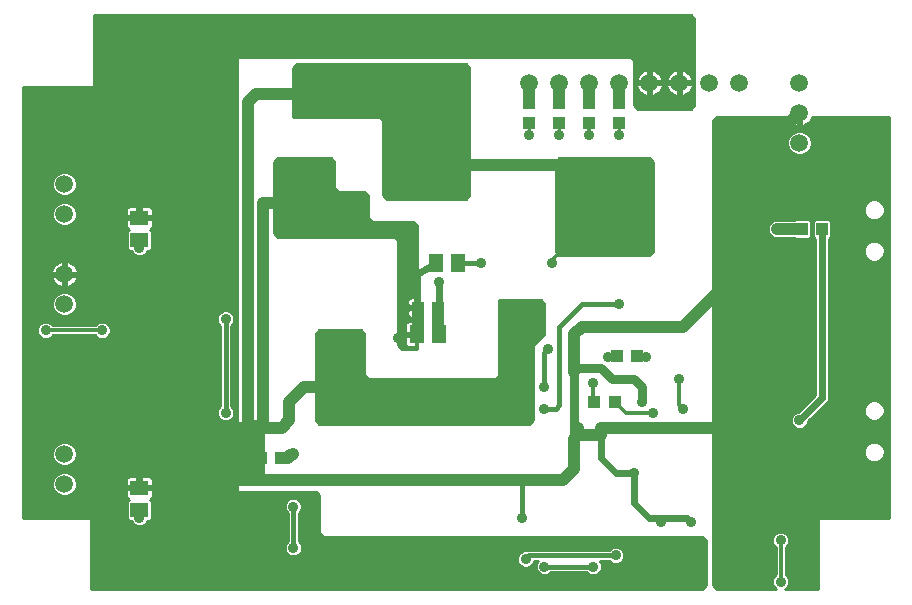
<source format=gbl>
G75*
G70*
%OFA0B0*%
%FSLAX24Y24*%
%IPPOS*%
%LPD*%
%AMOC8*
5,1,8,0,0,1.08239X$1,22.5*
%
%ADD10R,0.0433X0.0394*%
%ADD11R,0.0512X0.0591*%
%ADD12R,0.0394X0.0433*%
%ADD13C,0.0594*%
%ADD14C,0.0236*%
%ADD15C,0.0472*%
%ADD16R,0.0591X0.0512*%
%ADD17C,0.0356*%
%ADD18C,0.0197*%
%ADD19C,0.0098*%
%ADD20C,0.0315*%
%ADD21C,0.0236*%
%ADD22C,0.0394*%
%ADD23C,0.0157*%
%ADD24C,0.0138*%
%ADD25C,0.0118*%
D10*
X008390Y004725D03*
X009060Y004725D03*
X013640Y009725D03*
X014310Y009725D03*
X017350Y015890D03*
X017350Y016560D03*
X018350Y016560D03*
X018350Y015890D03*
X019350Y015890D03*
X019350Y016560D03*
X020350Y016560D03*
X020350Y015890D03*
D11*
X014974Y011225D03*
X014226Y011225D03*
X014349Y008850D03*
X013601Y008850D03*
D12*
X019515Y006600D03*
X020185Y006600D03*
X020255Y008122D03*
X020924Y008122D03*
X026436Y012360D03*
X027105Y012360D03*
D13*
X026350Y015225D03*
X026350Y016225D03*
X026350Y017225D03*
X024350Y017225D03*
X023350Y017225D03*
X022350Y017225D03*
X021350Y017225D03*
X020350Y017225D03*
X019350Y017225D03*
X018350Y017225D03*
X017350Y017225D03*
X001850Y013850D03*
X001850Y012850D03*
X001850Y010850D03*
X001850Y009850D03*
X001850Y004850D03*
X001850Y003850D03*
D14*
X007983Y005677D03*
X008081Y005775D03*
D15*
X008081Y005677D03*
D16*
X004350Y003724D03*
X004350Y002976D03*
X004350Y011976D03*
X004350Y012724D03*
D17*
X004100Y013350D03*
X004350Y011725D03*
X007225Y009350D03*
X004225Y007975D03*
X003725Y007975D03*
X003225Y007975D03*
X003100Y008975D03*
X001225Y008975D03*
X007225Y006225D03*
X009475Y004850D03*
X009475Y003100D03*
X009475Y001725D03*
X010600Y001850D03*
X011600Y001850D03*
X012600Y001850D03*
X008350Y000850D03*
X004350Y002725D03*
X004100Y004350D03*
X010600Y006975D03*
X011100Y008225D03*
X011475Y008600D03*
X010600Y008600D03*
X012975Y008725D03*
X013100Y009225D03*
X013225Y009725D03*
X014350Y010600D03*
X013600Y010850D03*
X013475Y011725D03*
X011725Y012975D03*
X011225Y013350D03*
X009725Y014100D03*
X010100Y014475D03*
X009100Y014475D03*
X009100Y013225D03*
X012850Y015475D03*
X014100Y015225D03*
X014600Y015725D03*
X014850Y016850D03*
X012725Y017475D03*
X011600Y017475D03*
X010100Y017600D03*
X009725Y017225D03*
X010975Y016350D03*
X011475Y016350D03*
X013225Y013725D03*
X015725Y011225D03*
X018100Y011225D03*
X018475Y012225D03*
X020225Y011850D03*
X020975Y011850D03*
X020350Y009850D03*
X019975Y008100D03*
X019475Y007225D03*
X017850Y007100D03*
X017850Y006350D03*
X017225Y006350D03*
X018975Y005725D03*
X019600Y005475D03*
X020850Y004225D03*
X021725Y002600D03*
X022725Y002600D03*
X022850Y001850D03*
X021850Y001850D03*
X020850Y001850D03*
X020225Y001475D03*
X019475Y001100D03*
X017850Y001100D03*
X017225Y001350D03*
X016600Y001850D03*
X017100Y002725D03*
X013725Y006350D03*
X013600Y007100D03*
X017475Y009100D03*
X017600Y009600D03*
X017975Y008350D03*
X021100Y006600D03*
X021475Y006225D03*
X022475Y006350D03*
X022350Y007350D03*
X021225Y008100D03*
X024600Y009100D03*
X025600Y009100D03*
X023975Y010600D03*
X023975Y011100D03*
X025600Y012350D03*
X029100Y014600D03*
X029100Y015600D03*
X025100Y015600D03*
X024100Y015600D03*
X021100Y014475D03*
X020350Y015475D03*
X019350Y015475D03*
X018350Y015475D03*
X017350Y015475D03*
X018475Y014100D03*
X018475Y013600D03*
X019100Y014475D03*
X029100Y009600D03*
X029100Y008600D03*
X029100Y007600D03*
X026350Y005975D03*
X024850Y003475D03*
X024350Y003475D03*
X024100Y002100D03*
X024600Y002100D03*
X025725Y001975D03*
X025725Y000600D03*
X026600Y000600D03*
X029100Y003100D03*
X004225Y016975D03*
X003725Y016975D03*
X003225Y016975D03*
D18*
X004100Y013350D02*
X004350Y013100D01*
X004350Y012724D01*
X004350Y011976D02*
X004350Y011725D01*
X004100Y004350D02*
X004350Y004100D01*
X004350Y003724D01*
X004350Y002976D02*
X004350Y002725D01*
D19*
X002725Y002725D02*
X002725Y000350D01*
X007600Y000350D01*
X007600Y019475D01*
X002850Y019475D01*
X022725Y019475D01*
X022850Y019350D01*
X022850Y016475D01*
X022725Y016350D01*
X020975Y016350D01*
X020850Y016475D01*
X020850Y017975D01*
X020725Y018100D01*
X002850Y018100D01*
X002850Y019475D01*
X002850Y017100D01*
X000475Y017100D01*
X000475Y002725D01*
X002725Y002725D01*
X002725Y002717D02*
X003946Y002717D01*
X003946Y002675D02*
X004009Y002611D01*
X004086Y002611D01*
X004106Y002562D01*
X004187Y002481D01*
X004293Y002438D01*
X004407Y002438D01*
X004513Y002481D01*
X004594Y002562D01*
X004614Y002611D01*
X004691Y002611D01*
X004754Y002675D01*
X004754Y003277D01*
X004703Y003329D01*
X004737Y003349D01*
X004765Y003376D01*
X004784Y003411D01*
X004794Y003448D01*
X004794Y003675D01*
X004399Y003675D01*
X004399Y003773D01*
X004794Y003773D01*
X004794Y004000D01*
X004784Y004038D01*
X004765Y004072D01*
X004737Y004099D01*
X004703Y004119D01*
X004665Y004129D01*
X004399Y004129D01*
X004399Y003773D01*
X004301Y003773D01*
X004301Y003675D01*
X003906Y003675D01*
X003906Y003448D01*
X003916Y003411D01*
X003935Y003376D01*
X003963Y003349D01*
X003997Y003329D01*
X003997Y003329D01*
X003946Y003277D01*
X003946Y002675D01*
X004000Y002620D02*
X002725Y002620D01*
X002725Y002523D02*
X004146Y002523D01*
X004554Y002523D02*
X007600Y002523D01*
X007600Y002426D02*
X002725Y002426D01*
X002725Y002329D02*
X007600Y002329D01*
X007600Y002232D02*
X002725Y002232D01*
X002725Y002135D02*
X007600Y002135D01*
X007600Y002039D02*
X002725Y002039D01*
X002725Y001942D02*
X007600Y001942D01*
X007600Y001845D02*
X002725Y001845D01*
X002725Y001748D02*
X007600Y001748D01*
X007600Y001651D02*
X002725Y001651D01*
X002725Y001554D02*
X007600Y001554D01*
X007600Y001457D02*
X002725Y001457D01*
X002725Y001360D02*
X007600Y001360D01*
X007600Y001263D02*
X002725Y001263D01*
X002725Y001166D02*
X007600Y001166D01*
X007600Y001069D02*
X002725Y001069D01*
X002725Y000972D02*
X007600Y000972D01*
X007600Y000875D02*
X002725Y000875D01*
X002725Y000778D02*
X007600Y000778D01*
X007600Y000682D02*
X002725Y000682D01*
X002725Y000585D02*
X007600Y000585D01*
X007600Y000488D02*
X002725Y000488D01*
X002725Y000391D02*
X007600Y000391D01*
X007475Y000391D02*
X023141Y000391D01*
X023100Y000350D02*
X023225Y000475D01*
X023225Y001975D01*
X023100Y002100D01*
X010475Y002100D01*
X010350Y002225D01*
X010350Y003475D01*
X010225Y003600D01*
X007475Y003600D01*
X007475Y000350D01*
X023100Y000350D01*
X023225Y000488D02*
X007475Y000488D01*
X007475Y000585D02*
X023225Y000585D01*
X023225Y000682D02*
X007475Y000682D01*
X007475Y000778D02*
X023225Y000778D01*
X023225Y000875D02*
X019657Y000875D01*
X019638Y000856D02*
X019719Y000937D01*
X019762Y001043D01*
X019762Y001157D01*
X019719Y001263D01*
X019694Y001287D01*
X020007Y001287D01*
X020062Y001231D01*
X020168Y001188D01*
X020282Y001188D01*
X020388Y001231D01*
X020469Y001312D01*
X020512Y001418D01*
X020512Y001532D01*
X020469Y001638D01*
X020388Y001719D01*
X020282Y001762D01*
X020168Y001762D01*
X020062Y001719D01*
X020007Y001663D01*
X017272Y001663D01*
X017247Y001637D01*
X017168Y001637D01*
X017062Y001594D01*
X016981Y001513D01*
X016938Y001407D01*
X016938Y001293D01*
X016981Y001187D01*
X017062Y001106D01*
X017168Y001063D01*
X017282Y001063D01*
X017388Y001106D01*
X017469Y001187D01*
X017510Y001287D01*
X017631Y001287D01*
X017606Y001263D01*
X017563Y001157D01*
X017563Y001043D01*
X017606Y000937D01*
X017687Y000856D01*
X017793Y000813D01*
X017907Y000813D01*
X018013Y000856D01*
X018068Y000912D01*
X019257Y000912D01*
X019312Y000856D01*
X019418Y000813D01*
X019532Y000813D01*
X019638Y000856D01*
X019733Y000972D02*
X023225Y000972D01*
X023225Y001069D02*
X019762Y001069D01*
X019759Y001166D02*
X023225Y001166D01*
X023225Y001263D02*
X020419Y001263D01*
X020488Y001360D02*
X023225Y001360D01*
X023225Y001457D02*
X020512Y001457D01*
X020503Y001554D02*
X023225Y001554D01*
X023225Y001651D02*
X020456Y001651D01*
X020317Y001748D02*
X023225Y001748D01*
X023225Y001845D02*
X009736Y001845D01*
X009719Y001888D02*
X009663Y001943D01*
X009663Y002882D01*
X009719Y002937D01*
X009762Y003043D01*
X009762Y003157D01*
X009719Y003263D01*
X009638Y003344D01*
X009532Y003387D01*
X009418Y003387D01*
X009312Y003344D01*
X009231Y003263D01*
X009188Y003157D01*
X009188Y003043D01*
X009231Y002937D01*
X009287Y002882D01*
X009287Y001943D01*
X009231Y001888D01*
X009188Y001782D01*
X009188Y001668D01*
X009231Y001562D01*
X009312Y001481D01*
X009418Y001438D01*
X009532Y001438D01*
X009638Y001481D01*
X009719Y001562D01*
X009762Y001668D01*
X009762Y001782D01*
X009719Y001888D01*
X009665Y001942D02*
X023225Y001942D01*
X023161Y002039D02*
X009663Y002039D01*
X009663Y002135D02*
X010440Y002135D01*
X010350Y002232D02*
X009663Y002232D01*
X009663Y002329D02*
X010350Y002329D01*
X010350Y002426D02*
X009663Y002426D01*
X009663Y002523D02*
X010350Y002523D01*
X010350Y002620D02*
X009663Y002620D01*
X009663Y002717D02*
X010350Y002717D01*
X010350Y002814D02*
X009663Y002814D01*
X009692Y002911D02*
X010350Y002911D01*
X010350Y003008D02*
X009748Y003008D01*
X009762Y003105D02*
X010350Y003105D01*
X010350Y003202D02*
X009744Y003202D01*
X009683Y003299D02*
X010350Y003299D01*
X010350Y003395D02*
X007475Y003395D01*
X007475Y003299D02*
X009267Y003299D01*
X009206Y003202D02*
X007475Y003202D01*
X007475Y003105D02*
X009188Y003105D01*
X009202Y003008D02*
X007475Y003008D01*
X007475Y002911D02*
X009258Y002911D01*
X009287Y002814D02*
X007475Y002814D01*
X007475Y002717D02*
X009287Y002717D01*
X009287Y002620D02*
X007475Y002620D01*
X007475Y002523D02*
X009287Y002523D01*
X009287Y002426D02*
X007475Y002426D01*
X007475Y002329D02*
X009287Y002329D01*
X009287Y002232D02*
X007475Y002232D01*
X007475Y002135D02*
X009287Y002135D01*
X009287Y002039D02*
X007475Y002039D01*
X007475Y001942D02*
X009285Y001942D01*
X009214Y001845D02*
X007475Y001845D01*
X007475Y001748D02*
X009188Y001748D01*
X009195Y001651D02*
X007475Y001651D01*
X007475Y001554D02*
X009240Y001554D01*
X009371Y001457D02*
X007475Y001457D01*
X007475Y001360D02*
X016938Y001360D01*
X016950Y001263D02*
X007475Y001263D01*
X007475Y001166D02*
X017002Y001166D01*
X017152Y001069D02*
X007475Y001069D01*
X007475Y000972D02*
X017592Y000972D01*
X017563Y001069D02*
X017298Y001069D01*
X017448Y001166D02*
X017566Y001166D01*
X017607Y001263D02*
X017500Y001263D01*
X017668Y000875D02*
X007475Y000875D01*
X009579Y001457D02*
X016958Y001457D01*
X017023Y001554D02*
X009710Y001554D01*
X009755Y001651D02*
X017260Y001651D01*
X018032Y000875D02*
X019293Y000875D01*
X019718Y001263D02*
X020031Y001263D01*
X020133Y001748D02*
X009762Y001748D01*
X007600Y002620D02*
X004700Y002620D01*
X004754Y002717D02*
X007600Y002717D01*
X007600Y002814D02*
X004754Y002814D01*
X004754Y002911D02*
X007600Y002911D01*
X007600Y003008D02*
X004754Y003008D01*
X004754Y003105D02*
X007600Y003105D01*
X007600Y003202D02*
X004754Y003202D01*
X004733Y003299D02*
X007600Y003299D01*
X007600Y003395D02*
X004776Y003395D01*
X004703Y003329D02*
X004703Y003329D01*
X004794Y003492D02*
X007600Y003492D01*
X007600Y003589D02*
X004794Y003589D01*
X004794Y003783D02*
X007600Y003783D01*
X007600Y003686D02*
X004399Y003686D01*
X004399Y003783D02*
X004301Y003783D01*
X004301Y003773D02*
X004301Y004129D01*
X004035Y004129D01*
X003997Y004119D01*
X003963Y004099D01*
X003935Y004072D01*
X003916Y004038D01*
X003906Y004000D01*
X003906Y003773D01*
X004301Y003773D01*
X004301Y003686D02*
X002222Y003686D01*
X002194Y003620D02*
X002256Y003769D01*
X002256Y003931D01*
X002194Y004080D01*
X002080Y004194D01*
X001931Y004256D01*
X001769Y004256D01*
X001620Y004194D01*
X001506Y004080D01*
X001444Y003931D01*
X001444Y003769D01*
X001506Y003620D01*
X001620Y003506D01*
X001769Y003444D01*
X001931Y003444D01*
X002080Y003506D01*
X002194Y003620D01*
X002164Y003589D02*
X003906Y003589D01*
X003906Y003492D02*
X002048Y003492D01*
X002256Y003783D02*
X003906Y003783D01*
X003906Y003880D02*
X002256Y003880D01*
X002237Y003977D02*
X003906Y003977D01*
X003938Y004074D02*
X002197Y004074D01*
X002103Y004171D02*
X007600Y004171D01*
X007600Y004268D02*
X000475Y004268D01*
X000475Y004365D02*
X007600Y004365D01*
X007600Y004462D02*
X001974Y004462D01*
X001931Y004444D02*
X002080Y004506D01*
X002194Y004620D01*
X002256Y004769D01*
X002256Y004931D01*
X002194Y005080D01*
X002080Y005194D01*
X001931Y005256D01*
X001769Y005256D01*
X001620Y005194D01*
X001506Y005080D01*
X001444Y004931D01*
X001444Y004769D01*
X001506Y004620D01*
X001620Y004506D01*
X001769Y004444D01*
X001931Y004444D01*
X001726Y004462D02*
X000475Y004462D01*
X000475Y004559D02*
X001567Y004559D01*
X001491Y004655D02*
X000475Y004655D01*
X000475Y004752D02*
X001451Y004752D01*
X001444Y004849D02*
X000475Y004849D01*
X000475Y004946D02*
X001450Y004946D01*
X001491Y005043D02*
X000475Y005043D01*
X000475Y005140D02*
X001566Y005140D01*
X001723Y005237D02*
X000475Y005237D01*
X000475Y005334D02*
X007600Y005334D01*
X007600Y005431D02*
X000475Y005431D01*
X000475Y005528D02*
X007600Y005528D01*
X007600Y005625D02*
X000475Y005625D01*
X000475Y005722D02*
X007600Y005722D01*
X007600Y005819D02*
X000475Y005819D01*
X000475Y005916D02*
X007600Y005916D01*
X007600Y006012D02*
X007419Y006012D01*
X007388Y005981D02*
X007469Y006062D01*
X007512Y006168D01*
X007512Y006282D01*
X007469Y006388D01*
X007413Y006443D01*
X007413Y009132D01*
X007469Y009187D01*
X007512Y009293D01*
X007512Y009407D01*
X007469Y009513D01*
X007388Y009594D01*
X007282Y009637D01*
X007168Y009637D01*
X007062Y009594D01*
X006981Y009513D01*
X006938Y009407D01*
X006938Y009293D01*
X006981Y009187D01*
X007037Y009132D01*
X007037Y006443D01*
X006981Y006388D01*
X006938Y006282D01*
X006938Y006168D01*
X006981Y006062D01*
X007062Y005981D01*
X007168Y005938D01*
X007282Y005938D01*
X007388Y005981D01*
X007488Y006109D02*
X007600Y006109D01*
X007600Y006206D02*
X007512Y006206D01*
X007504Y006303D02*
X007600Y006303D01*
X007600Y006400D02*
X007456Y006400D01*
X007413Y006497D02*
X007600Y006497D01*
X007600Y006594D02*
X007413Y006594D01*
X007413Y006691D02*
X007600Y006691D01*
X007600Y006788D02*
X007413Y006788D01*
X007413Y006885D02*
X007600Y006885D01*
X007600Y006982D02*
X007413Y006982D01*
X007413Y007079D02*
X007600Y007079D01*
X007600Y007176D02*
X007413Y007176D01*
X007413Y007272D02*
X007600Y007272D01*
X007600Y007369D02*
X007413Y007369D01*
X007413Y007466D02*
X007600Y007466D01*
X007600Y007563D02*
X007413Y007563D01*
X007413Y007660D02*
X007600Y007660D01*
X007600Y007757D02*
X007413Y007757D01*
X007413Y007854D02*
X007600Y007854D01*
X007600Y007951D02*
X007413Y007951D01*
X007413Y008048D02*
X007600Y008048D01*
X007600Y008145D02*
X007413Y008145D01*
X007413Y008242D02*
X007600Y008242D01*
X007600Y008339D02*
X007413Y008339D01*
X007413Y008436D02*
X007600Y008436D01*
X007600Y008533D02*
X007413Y008533D01*
X007413Y008629D02*
X007600Y008629D01*
X007600Y008726D02*
X007413Y008726D01*
X007413Y008823D02*
X007600Y008823D01*
X007600Y008920D02*
X007413Y008920D01*
X007413Y009017D02*
X007600Y009017D01*
X007600Y009114D02*
X007413Y009114D01*
X007478Y009211D02*
X007600Y009211D01*
X007600Y009308D02*
X007512Y009308D01*
X007512Y009405D02*
X007600Y009405D01*
X007600Y009502D02*
X007473Y009502D01*
X007375Y009599D02*
X007600Y009599D01*
X007600Y009696D02*
X002226Y009696D01*
X002256Y009769D02*
X002194Y009620D01*
X002080Y009506D01*
X001931Y009444D01*
X001769Y009444D01*
X001620Y009506D01*
X001506Y009620D01*
X001444Y009769D01*
X001444Y009931D01*
X001506Y010080D01*
X001620Y010194D01*
X001769Y010256D01*
X001931Y010256D01*
X002080Y010194D01*
X002194Y010080D01*
X002256Y009931D01*
X002256Y009769D01*
X002256Y009793D02*
X007600Y009793D01*
X007600Y009889D02*
X002256Y009889D01*
X002233Y009986D02*
X007600Y009986D01*
X007600Y010083D02*
X002191Y010083D01*
X002094Y010180D02*
X007600Y010180D01*
X007600Y010277D02*
X000475Y010277D01*
X000475Y010180D02*
X001606Y010180D01*
X001509Y010083D02*
X000475Y010083D01*
X000475Y009986D02*
X001467Y009986D01*
X001444Y009889D02*
X000475Y009889D01*
X000475Y009793D02*
X001444Y009793D01*
X001474Y009696D02*
X000475Y009696D01*
X000475Y009599D02*
X001527Y009599D01*
X001630Y009502D02*
X000475Y009502D01*
X000475Y009405D02*
X006938Y009405D01*
X006938Y009308D02*
X000475Y009308D01*
X000475Y009211D02*
X001055Y009211D01*
X001062Y009219D02*
X000981Y009138D01*
X000938Y009032D01*
X000938Y008918D01*
X000981Y008812D01*
X001062Y008731D01*
X001168Y008688D01*
X001282Y008688D01*
X001388Y008731D01*
X001463Y008807D01*
X002862Y008807D01*
X002937Y008731D01*
X003043Y008688D01*
X003157Y008688D01*
X003263Y008731D01*
X003344Y008812D01*
X003387Y008918D01*
X003387Y009032D01*
X003344Y009138D01*
X003263Y009219D01*
X003157Y009262D01*
X003043Y009262D01*
X002937Y009219D01*
X002862Y009143D01*
X001463Y009143D01*
X001388Y009219D01*
X001282Y009262D01*
X001168Y009262D01*
X001062Y009219D01*
X000972Y009114D02*
X000475Y009114D01*
X000475Y009017D02*
X000938Y009017D01*
X000938Y008920D02*
X000475Y008920D01*
X000475Y008823D02*
X000977Y008823D01*
X001074Y008726D02*
X000475Y008726D01*
X000475Y008629D02*
X007037Y008629D01*
X007037Y008533D02*
X000475Y008533D01*
X000475Y008436D02*
X007037Y008436D01*
X007037Y008339D02*
X000475Y008339D01*
X000475Y008242D02*
X007037Y008242D01*
X007037Y008145D02*
X000475Y008145D01*
X000475Y008048D02*
X007037Y008048D01*
X007037Y007951D02*
X000475Y007951D01*
X000475Y007854D02*
X007037Y007854D01*
X007037Y007757D02*
X000475Y007757D01*
X000475Y007660D02*
X007037Y007660D01*
X007037Y007563D02*
X000475Y007563D01*
X000475Y007466D02*
X007037Y007466D01*
X007037Y007369D02*
X000475Y007369D01*
X000475Y007272D02*
X007037Y007272D01*
X007037Y007176D02*
X000475Y007176D01*
X000475Y007079D02*
X007037Y007079D01*
X007037Y006982D02*
X000475Y006982D01*
X000475Y006885D02*
X007037Y006885D01*
X007037Y006788D02*
X000475Y006788D01*
X000475Y006691D02*
X007037Y006691D01*
X007037Y006594D02*
X000475Y006594D01*
X000475Y006497D02*
X007037Y006497D01*
X006994Y006400D02*
X000475Y006400D01*
X000475Y006303D02*
X006946Y006303D01*
X006938Y006206D02*
X000475Y006206D01*
X000475Y006109D02*
X006962Y006109D01*
X007031Y006012D02*
X000475Y006012D01*
X001977Y005237D02*
X007600Y005237D01*
X007600Y005140D02*
X002134Y005140D01*
X002209Y005043D02*
X007600Y005043D01*
X007600Y004946D02*
X002250Y004946D01*
X002256Y004849D02*
X007600Y004849D01*
X007600Y004752D02*
X002249Y004752D01*
X002209Y004655D02*
X007600Y004655D01*
X007600Y004559D02*
X002133Y004559D01*
X001597Y004171D02*
X000475Y004171D01*
X000475Y004074D02*
X001503Y004074D01*
X001463Y003977D02*
X000475Y003977D01*
X000475Y003880D02*
X001444Y003880D01*
X001444Y003783D02*
X000475Y003783D01*
X000475Y003686D02*
X001478Y003686D01*
X001536Y003589D02*
X000475Y003589D01*
X000475Y003492D02*
X001652Y003492D01*
X000475Y003395D02*
X003924Y003395D01*
X003967Y003299D02*
X000475Y003299D01*
X000475Y003202D02*
X003946Y003202D01*
X003946Y003105D02*
X000475Y003105D01*
X000475Y003008D02*
X003946Y003008D01*
X003946Y002911D02*
X000475Y002911D01*
X000475Y002814D02*
X003946Y002814D01*
X004301Y003880D02*
X004399Y003880D01*
X004399Y003977D02*
X004301Y003977D01*
X004301Y004074D02*
X004399Y004074D01*
X004762Y004074D02*
X007600Y004074D01*
X007600Y003977D02*
X004794Y003977D01*
X004794Y003880D02*
X007600Y003880D01*
X007475Y003589D02*
X010236Y003589D01*
X010333Y003492D02*
X007475Y003492D01*
X010225Y005975D02*
X010350Y005850D01*
X017350Y005850D01*
X017475Y005975D01*
X017475Y008475D01*
X017850Y008850D01*
X017850Y009850D01*
X017725Y009975D01*
X016350Y009975D01*
X016350Y007475D01*
X016225Y007350D01*
X011975Y007350D01*
X011850Y007475D01*
X011850Y008850D01*
X011725Y008975D01*
X010350Y008975D01*
X010225Y008850D01*
X010225Y005975D01*
X010225Y006012D02*
X017475Y006012D01*
X017475Y006109D02*
X010225Y006109D01*
X010225Y006206D02*
X017475Y006206D01*
X017475Y006303D02*
X010225Y006303D01*
X010225Y006400D02*
X017475Y006400D01*
X017475Y006497D02*
X010225Y006497D01*
X010225Y006594D02*
X017475Y006594D01*
X017475Y006691D02*
X010225Y006691D01*
X010225Y006788D02*
X017475Y006788D01*
X017475Y006885D02*
X010225Y006885D01*
X010225Y006982D02*
X017475Y006982D01*
X017475Y007079D02*
X010225Y007079D01*
X010225Y007176D02*
X017475Y007176D01*
X017475Y007272D02*
X010225Y007272D01*
X010225Y007369D02*
X011956Y007369D01*
X011859Y007466D02*
X010225Y007466D01*
X010225Y007563D02*
X011850Y007563D01*
X011850Y007660D02*
X010225Y007660D01*
X010225Y007757D02*
X011850Y007757D01*
X011850Y007854D02*
X010225Y007854D01*
X010225Y007951D02*
X011850Y007951D01*
X011850Y008048D02*
X010225Y008048D01*
X010225Y008145D02*
X011850Y008145D01*
X011850Y008242D02*
X010225Y008242D01*
X010225Y008339D02*
X011850Y008339D01*
X011850Y008436D02*
X010225Y008436D01*
X010225Y008533D02*
X011850Y008533D01*
X011850Y008629D02*
X010225Y008629D01*
X010225Y008726D02*
X011850Y008726D01*
X011850Y008823D02*
X010225Y008823D01*
X010295Y008920D02*
X011780Y008920D01*
X012975Y008920D02*
X013196Y008920D01*
X013196Y008899D02*
X013552Y008899D01*
X013552Y008801D01*
X013196Y008801D01*
X013196Y008535D01*
X013206Y008497D01*
X013226Y008463D01*
X013253Y008435D01*
X013287Y008416D01*
X013325Y008406D01*
X013552Y008406D01*
X013552Y008801D01*
X013600Y008801D01*
X013600Y008350D01*
X013100Y008350D01*
X012975Y008475D01*
X012975Y011975D01*
X012850Y012100D01*
X008975Y012100D01*
X008850Y012225D01*
X008850Y014600D01*
X008975Y014725D01*
X010725Y014725D01*
X010850Y014600D01*
X010850Y013725D01*
X010975Y013600D01*
X011850Y013600D01*
X011975Y013475D01*
X011975Y012725D01*
X012100Y012600D01*
X013475Y012600D01*
X013600Y012475D01*
X013600Y009774D01*
X013591Y009774D01*
X013591Y009676D01*
X013275Y009676D01*
X013275Y009509D01*
X013285Y009471D01*
X013304Y009437D01*
X013332Y009409D01*
X013366Y009389D01*
X013404Y009379D01*
X013591Y009379D01*
X013591Y009676D01*
X013600Y009676D01*
X013600Y008899D01*
X013552Y008899D01*
X013552Y009294D01*
X013325Y009294D01*
X013287Y009284D01*
X013253Y009265D01*
X013226Y009237D01*
X013206Y009203D01*
X013196Y009165D01*
X013196Y008899D01*
X013196Y009017D02*
X012975Y009017D01*
X012975Y009114D02*
X013196Y009114D01*
X013211Y009211D02*
X012975Y009211D01*
X012975Y009308D02*
X013600Y009308D01*
X013591Y009405D02*
X013600Y009405D01*
X013591Y009502D02*
X013600Y009502D01*
X013591Y009599D02*
X013600Y009599D01*
X013591Y009696D02*
X012975Y009696D01*
X012975Y009793D02*
X013275Y009793D01*
X013275Y009774D02*
X013591Y009774D01*
X013591Y010071D01*
X013404Y010071D01*
X013366Y010061D01*
X013332Y010041D01*
X013304Y010013D01*
X013285Y009979D01*
X013275Y009941D01*
X013275Y009774D01*
X013275Y009889D02*
X012975Y009889D01*
X012975Y009986D02*
X013289Y009986D01*
X013591Y009986D02*
X013600Y009986D01*
X013591Y009889D02*
X013600Y009889D01*
X013591Y009793D02*
X013600Y009793D01*
X013600Y010083D02*
X012975Y010083D01*
X012975Y010180D02*
X013600Y010180D01*
X013600Y010277D02*
X012975Y010277D01*
X012975Y010374D02*
X013600Y010374D01*
X013600Y010471D02*
X012975Y010471D01*
X012975Y010568D02*
X013600Y010568D01*
X013600Y010665D02*
X012975Y010665D01*
X012975Y010762D02*
X013600Y010762D01*
X013600Y010859D02*
X012975Y010859D01*
X012975Y010956D02*
X013600Y010956D01*
X013600Y011053D02*
X012975Y011053D01*
X012975Y011150D02*
X013600Y011150D01*
X013600Y011246D02*
X012975Y011246D01*
X012975Y011343D02*
X013600Y011343D01*
X013600Y011440D02*
X012975Y011440D01*
X012975Y011537D02*
X013600Y011537D01*
X013600Y011634D02*
X012975Y011634D01*
X012975Y011731D02*
X013600Y011731D01*
X013600Y011828D02*
X012975Y011828D01*
X012975Y011925D02*
X013600Y011925D01*
X013600Y012022D02*
X012928Y012022D01*
X013600Y012119D02*
X008956Y012119D01*
X008859Y012216D02*
X013600Y012216D01*
X013600Y012313D02*
X008850Y012313D01*
X008850Y012410D02*
X013600Y012410D01*
X013569Y012506D02*
X008850Y012506D01*
X008850Y012603D02*
X012097Y012603D01*
X012000Y012700D02*
X008850Y012700D01*
X008850Y012797D02*
X011975Y012797D01*
X011975Y012894D02*
X008850Y012894D01*
X008850Y012991D02*
X011975Y012991D01*
X011975Y013088D02*
X008850Y013088D01*
X008850Y013185D02*
X011975Y013185D01*
X011975Y013282D02*
X008850Y013282D01*
X008850Y013379D02*
X011975Y013379D01*
X011974Y013476D02*
X008850Y013476D01*
X008850Y013573D02*
X011877Y013573D01*
X012475Y013573D02*
X015350Y013573D01*
X015350Y013670D02*
X012475Y013670D01*
X012475Y013766D02*
X015350Y013766D01*
X015350Y013863D02*
X012475Y013863D01*
X012475Y013960D02*
X015350Y013960D01*
X015350Y014057D02*
X012475Y014057D01*
X012475Y014154D02*
X015350Y014154D01*
X015350Y014251D02*
X012475Y014251D01*
X012475Y014348D02*
X015350Y014348D01*
X015350Y014445D02*
X012475Y014445D01*
X012475Y014542D02*
X015350Y014542D01*
X015350Y014639D02*
X012475Y014639D01*
X012475Y014736D02*
X015350Y014736D01*
X015350Y014833D02*
X012475Y014833D01*
X012475Y014930D02*
X015350Y014930D01*
X015350Y015027D02*
X012475Y015027D01*
X012475Y015123D02*
X015350Y015123D01*
X015350Y015220D02*
X012475Y015220D01*
X012475Y015317D02*
X015350Y015317D01*
X015350Y015414D02*
X012475Y015414D01*
X012475Y015511D02*
X015350Y015511D01*
X015350Y015608D02*
X012475Y015608D01*
X012475Y015705D02*
X015350Y015705D01*
X015350Y015802D02*
X012475Y015802D01*
X012475Y015899D02*
X015350Y015899D01*
X015350Y015996D02*
X012454Y015996D01*
X012475Y015975D02*
X012350Y016100D01*
X009475Y016100D01*
X009475Y017725D01*
X009600Y017850D01*
X015225Y017850D01*
X015350Y017725D01*
X015350Y013475D01*
X015225Y013350D01*
X012600Y013350D01*
X012475Y013475D01*
X012475Y015975D01*
X012357Y016093D02*
X015350Y016093D01*
X015350Y016190D02*
X009475Y016190D01*
X009475Y016287D02*
X015350Y016287D01*
X015350Y016383D02*
X009475Y016383D01*
X009475Y016480D02*
X015350Y016480D01*
X015350Y016577D02*
X009475Y016577D01*
X009475Y016674D02*
X015350Y016674D01*
X015350Y016771D02*
X009475Y016771D01*
X009475Y016868D02*
X015350Y016868D01*
X015350Y016965D02*
X009475Y016965D01*
X009475Y017062D02*
X015350Y017062D01*
X015350Y017159D02*
X009475Y017159D01*
X009475Y017256D02*
X015350Y017256D01*
X015350Y017353D02*
X009475Y017353D01*
X009475Y017450D02*
X015350Y017450D01*
X015350Y017547D02*
X009475Y017547D01*
X009475Y017644D02*
X015350Y017644D01*
X015335Y017740D02*
X009490Y017740D01*
X009587Y017837D02*
X015238Y017837D01*
X017350Y015890D02*
X017350Y015475D01*
X018350Y015475D02*
X018350Y015890D01*
X018350Y014725D02*
X021350Y014725D01*
X021475Y014600D01*
X021475Y011600D01*
X021350Y011475D01*
X018350Y011475D01*
X018225Y011600D01*
X018225Y014600D01*
X018350Y014725D01*
X018264Y014639D02*
X021436Y014639D01*
X021475Y014542D02*
X018225Y014542D01*
X018225Y014445D02*
X021475Y014445D01*
X021475Y014348D02*
X018225Y014348D01*
X018225Y014251D02*
X021475Y014251D01*
X021475Y014154D02*
X018225Y014154D01*
X018225Y014057D02*
X021475Y014057D01*
X021475Y013960D02*
X018225Y013960D01*
X018225Y013863D02*
X021475Y013863D01*
X021475Y013766D02*
X018225Y013766D01*
X018225Y013670D02*
X021475Y013670D01*
X021475Y013573D02*
X018225Y013573D01*
X018225Y013476D02*
X021475Y013476D01*
X021475Y013379D02*
X018225Y013379D01*
X018225Y013282D02*
X021475Y013282D01*
X021475Y013185D02*
X018225Y013185D01*
X018225Y013088D02*
X021475Y013088D01*
X021475Y012991D02*
X018225Y012991D01*
X018225Y012894D02*
X021475Y012894D01*
X021475Y012797D02*
X018225Y012797D01*
X018225Y012700D02*
X021475Y012700D01*
X021475Y012603D02*
X018225Y012603D01*
X018225Y012506D02*
X021475Y012506D01*
X021475Y012410D02*
X018225Y012410D01*
X018225Y012313D02*
X021475Y012313D01*
X021475Y012216D02*
X018225Y012216D01*
X018225Y012119D02*
X021475Y012119D01*
X021475Y012022D02*
X018225Y012022D01*
X018225Y011925D02*
X021475Y011925D01*
X021475Y011828D02*
X018225Y011828D01*
X018225Y011731D02*
X021475Y011731D01*
X021475Y011634D02*
X018225Y011634D01*
X018288Y011537D02*
X021412Y011537D01*
X023475Y011537D02*
X026878Y011537D01*
X026878Y011440D02*
X023475Y011440D01*
X023475Y011343D02*
X026878Y011343D01*
X026878Y011246D02*
X023475Y011246D01*
X023475Y011150D02*
X026878Y011150D01*
X026878Y011053D02*
X023475Y011053D01*
X023475Y010956D02*
X026878Y010956D01*
X026878Y010859D02*
X023475Y010859D01*
X023475Y010762D02*
X026878Y010762D01*
X026878Y010665D02*
X023475Y010665D01*
X023475Y010568D02*
X026878Y010568D01*
X026878Y010471D02*
X023475Y010471D01*
X023475Y010374D02*
X026878Y010374D01*
X026878Y010277D02*
X023475Y010277D01*
X023475Y010180D02*
X026878Y010180D01*
X026878Y010083D02*
X023475Y010083D01*
X023475Y009986D02*
X026878Y009986D01*
X026878Y009889D02*
X023475Y009889D01*
X023475Y009793D02*
X026878Y009793D01*
X026878Y009696D02*
X023475Y009696D01*
X023475Y009599D02*
X026878Y009599D01*
X026878Y009502D02*
X023475Y009502D01*
X023475Y009405D02*
X026878Y009405D01*
X026878Y009308D02*
X023475Y009308D01*
X023475Y009211D02*
X026878Y009211D01*
X026878Y009114D02*
X023475Y009114D01*
X023475Y009017D02*
X026878Y009017D01*
X026878Y008920D02*
X023475Y008920D01*
X023475Y008823D02*
X026878Y008823D01*
X026878Y008726D02*
X023475Y008726D01*
X023475Y008629D02*
X026878Y008629D01*
X026878Y008533D02*
X023475Y008533D01*
X023475Y008436D02*
X026878Y008436D01*
X026878Y008339D02*
X023475Y008339D01*
X023475Y008242D02*
X026878Y008242D01*
X026878Y008145D02*
X023475Y008145D01*
X023475Y008048D02*
X026878Y008048D01*
X026878Y007951D02*
X023475Y007951D01*
X023475Y007854D02*
X026878Y007854D01*
X026878Y007757D02*
X023475Y007757D01*
X023475Y007660D02*
X026878Y007660D01*
X026878Y007563D02*
X023475Y007563D01*
X023475Y007466D02*
X026878Y007466D01*
X026878Y007369D02*
X023475Y007369D01*
X023475Y007272D02*
X026878Y007272D01*
X026878Y007176D02*
X023475Y007176D01*
X023475Y007079D02*
X026878Y007079D01*
X026878Y006982D02*
X023475Y006982D01*
X023475Y006885D02*
X026878Y006885D01*
X026878Y006824D02*
X026316Y006262D01*
X026293Y006262D01*
X026187Y006219D01*
X026106Y006138D01*
X026063Y006032D01*
X026063Y005918D01*
X026106Y005812D01*
X026187Y005731D01*
X026293Y005688D01*
X026407Y005688D01*
X026513Y005731D01*
X026594Y005812D01*
X026637Y005918D01*
X026637Y005941D01*
X027332Y006636D01*
X027332Y012034D01*
X027347Y012034D01*
X027411Y012098D01*
X027411Y012622D01*
X027347Y012686D01*
X026863Y012686D01*
X026799Y012622D01*
X026799Y012098D01*
X026863Y012034D01*
X026878Y012034D01*
X026878Y006824D01*
X026841Y006788D02*
X023475Y006788D01*
X023475Y006691D02*
X026744Y006691D01*
X026648Y006594D02*
X023475Y006594D01*
X023475Y006497D02*
X026551Y006497D01*
X026454Y006400D02*
X023475Y006400D01*
X023475Y006303D02*
X026357Y006303D01*
X026175Y006206D02*
X023475Y006206D01*
X023475Y006109D02*
X026095Y006109D01*
X026063Y006012D02*
X023475Y006012D01*
X023475Y005916D02*
X026064Y005916D01*
X026104Y005819D02*
X023475Y005819D01*
X023475Y005722D02*
X026211Y005722D01*
X026489Y005722D02*
X029350Y005722D01*
X029350Y005819D02*
X026596Y005819D01*
X026636Y005916D02*
X029350Y005916D01*
X029350Y006012D02*
X029041Y006012D01*
X029036Y006007D02*
X029134Y006105D01*
X029186Y006232D01*
X029186Y006370D01*
X029134Y006497D01*
X029036Y006594D01*
X028909Y006647D01*
X028771Y006647D01*
X028644Y006594D01*
X027290Y006594D01*
X027332Y006691D02*
X029350Y006691D01*
X029350Y006788D02*
X027332Y006788D01*
X027332Y006885D02*
X029350Y006885D01*
X029350Y006982D02*
X027332Y006982D01*
X027332Y007079D02*
X029350Y007079D01*
X029350Y007176D02*
X027332Y007176D01*
X027332Y007272D02*
X029350Y007272D01*
X029350Y007369D02*
X027332Y007369D01*
X027332Y007466D02*
X029350Y007466D01*
X029350Y007563D02*
X027332Y007563D01*
X027332Y007660D02*
X029350Y007660D01*
X029350Y007757D02*
X027332Y007757D01*
X027332Y007854D02*
X029350Y007854D01*
X029350Y007951D02*
X027332Y007951D01*
X027332Y008048D02*
X029350Y008048D01*
X029350Y008145D02*
X027332Y008145D01*
X027332Y008242D02*
X029350Y008242D01*
X029350Y008339D02*
X027332Y008339D01*
X027332Y008436D02*
X029350Y008436D01*
X029350Y008533D02*
X027332Y008533D01*
X027332Y008629D02*
X029350Y008629D01*
X029350Y008726D02*
X027332Y008726D01*
X027332Y008823D02*
X029350Y008823D01*
X029350Y008920D02*
X027332Y008920D01*
X027332Y009017D02*
X029350Y009017D01*
X029350Y009114D02*
X027332Y009114D01*
X027332Y009211D02*
X029350Y009211D01*
X029350Y009308D02*
X027332Y009308D01*
X027332Y009405D02*
X029350Y009405D01*
X029350Y009502D02*
X027332Y009502D01*
X027332Y009599D02*
X029350Y009599D01*
X029350Y009696D02*
X027332Y009696D01*
X027332Y009793D02*
X029350Y009793D01*
X029350Y009889D02*
X027332Y009889D01*
X027332Y009986D02*
X029350Y009986D01*
X029350Y010083D02*
X027332Y010083D01*
X027332Y010180D02*
X029350Y010180D01*
X029350Y010277D02*
X027332Y010277D01*
X027332Y010374D02*
X029350Y010374D01*
X029350Y010471D02*
X027332Y010471D01*
X027332Y010568D02*
X029350Y010568D01*
X029350Y010665D02*
X027332Y010665D01*
X027332Y010762D02*
X029350Y010762D01*
X029350Y010859D02*
X027332Y010859D01*
X027332Y010956D02*
X029350Y010956D01*
X029350Y011053D02*
X027332Y011053D01*
X027332Y011150D02*
X029350Y011150D01*
X029350Y011246D02*
X027332Y011246D01*
X027332Y011343D02*
X028623Y011343D01*
X028644Y011322D02*
X028771Y011270D01*
X028909Y011270D01*
X029036Y011322D01*
X029134Y011420D01*
X029186Y011547D01*
X029186Y011685D01*
X029134Y011812D01*
X029036Y011909D01*
X028909Y011962D01*
X028771Y011962D01*
X028644Y011909D01*
X028547Y011812D01*
X028494Y011685D01*
X028494Y011547D01*
X028547Y011420D01*
X028644Y011322D01*
X028538Y011440D02*
X027332Y011440D01*
X027332Y011537D02*
X028498Y011537D01*
X028494Y011634D02*
X027332Y011634D01*
X027332Y011731D02*
X028513Y011731D01*
X028563Y011828D02*
X027332Y011828D01*
X027332Y011925D02*
X028682Y011925D01*
X028998Y011925D02*
X029350Y011925D01*
X029350Y012022D02*
X027332Y012022D01*
X027411Y012119D02*
X029350Y012119D01*
X029350Y012216D02*
X027411Y012216D01*
X027411Y012313D02*
X029350Y012313D01*
X029350Y012410D02*
X027411Y012410D01*
X027411Y012506D02*
X029350Y012506D01*
X029350Y012603D02*
X027411Y012603D01*
X026799Y012603D02*
X026742Y012603D01*
X026742Y012622D02*
X026678Y012686D01*
X026194Y012686D01*
X026174Y012666D01*
X025539Y012666D01*
X025427Y012619D01*
X025341Y012533D01*
X025294Y012421D01*
X025294Y012299D01*
X025294Y012289D01*
X025341Y012177D01*
X025427Y012091D01*
X025539Y012044D01*
X025661Y012044D01*
X025685Y012054D01*
X026174Y012054D01*
X026194Y012034D01*
X026678Y012034D01*
X026742Y012098D01*
X026742Y012622D01*
X026742Y012506D02*
X026799Y012506D01*
X026799Y012410D02*
X026742Y012410D01*
X026742Y012313D02*
X026799Y012313D01*
X026799Y012216D02*
X026742Y012216D01*
X026742Y012119D02*
X026799Y012119D01*
X026878Y012022D02*
X023475Y012022D01*
X023475Y012119D02*
X025398Y012119D01*
X025324Y012216D02*
X023475Y012216D01*
X023475Y012313D02*
X025294Y012313D01*
X025294Y012410D02*
X023475Y012410D01*
X023475Y012506D02*
X025329Y012506D01*
X025411Y012603D02*
X023475Y012603D01*
X023475Y012700D02*
X028644Y012700D01*
X028771Y012648D01*
X028909Y012648D01*
X029036Y012700D01*
X029350Y012700D01*
X029350Y012797D02*
X029133Y012797D01*
X029134Y012798D02*
X029186Y012925D01*
X029186Y013063D01*
X029134Y013190D01*
X029036Y013287D01*
X028909Y013340D01*
X028771Y013340D01*
X028644Y013287D01*
X028547Y013190D01*
X028494Y013063D01*
X028494Y012925D01*
X028547Y012798D01*
X028644Y012700D01*
X028547Y012797D02*
X023475Y012797D01*
X023475Y012894D02*
X028507Y012894D01*
X028494Y012991D02*
X023475Y012991D01*
X023475Y013088D02*
X028505Y013088D01*
X028545Y013185D02*
X023475Y013185D01*
X023475Y013282D02*
X028639Y013282D01*
X029041Y013282D02*
X029350Y013282D01*
X029350Y013379D02*
X023475Y013379D01*
X023475Y013476D02*
X029350Y013476D01*
X029350Y013573D02*
X023475Y013573D01*
X023475Y013670D02*
X029350Y013670D01*
X029350Y013766D02*
X023475Y013766D01*
X023475Y013863D02*
X029350Y013863D01*
X029350Y013960D02*
X023475Y013960D01*
X023475Y014057D02*
X029350Y014057D01*
X029350Y014154D02*
X023475Y014154D01*
X023475Y014251D02*
X029350Y014251D01*
X029350Y014348D02*
X023475Y014348D01*
X023475Y014445D02*
X029350Y014445D01*
X029350Y014542D02*
X023475Y014542D01*
X023475Y014639D02*
X029350Y014639D01*
X029350Y014736D02*
X023475Y014736D01*
X023475Y014833D02*
X026236Y014833D01*
X026269Y014819D02*
X026431Y014819D01*
X026580Y014881D01*
X026694Y014995D01*
X026756Y015144D01*
X026756Y015306D01*
X026694Y015455D01*
X026580Y015569D01*
X026431Y015631D01*
X026269Y015631D01*
X026120Y015569D01*
X026006Y015455D01*
X025944Y015306D01*
X025944Y015144D01*
X026006Y014995D01*
X026120Y014881D01*
X026269Y014819D01*
X026464Y014833D02*
X029350Y014833D01*
X029350Y014930D02*
X026629Y014930D01*
X026707Y015027D02*
X029350Y015027D01*
X029350Y015123D02*
X026747Y015123D01*
X026756Y015220D02*
X029350Y015220D01*
X029350Y015317D02*
X026751Y015317D01*
X026711Y015414D02*
X029350Y015414D01*
X029350Y015511D02*
X026638Y015511D01*
X026486Y015608D02*
X029350Y015608D01*
X029350Y015705D02*
X023475Y015705D01*
X023475Y015802D02*
X026209Y015802D01*
X026179Y015812D02*
X026246Y015790D01*
X026301Y015781D01*
X026301Y016100D01*
X026399Y016100D01*
X026399Y015781D01*
X026454Y015790D01*
X026521Y015812D01*
X026584Y015843D01*
X026641Y015885D01*
X026690Y015934D01*
X026732Y015991D01*
X026763Y016054D01*
X026778Y016100D01*
X029350Y016100D01*
X029350Y002725D01*
X026975Y002725D01*
X026975Y000350D01*
X025872Y000350D01*
X025888Y000356D01*
X025969Y000437D01*
X026012Y000543D01*
X026012Y000657D01*
X025969Y000763D01*
X025893Y000838D01*
X025893Y001737D01*
X025969Y001812D01*
X026012Y001918D01*
X026012Y002032D01*
X025969Y002138D01*
X025888Y002219D01*
X025782Y002262D01*
X025668Y002262D01*
X025562Y002219D01*
X025481Y002138D01*
X025438Y002032D01*
X025438Y001918D01*
X025481Y001812D01*
X025557Y001737D01*
X025557Y000838D01*
X025481Y000763D01*
X025438Y000657D01*
X025438Y000543D01*
X025481Y000437D01*
X025562Y000356D01*
X025578Y000350D01*
X023600Y000350D01*
X023475Y000475D01*
X023475Y015975D01*
X023600Y016100D01*
X025922Y016100D01*
X025937Y016054D01*
X025968Y015991D01*
X026010Y015934D01*
X026059Y015885D01*
X026116Y015843D01*
X026179Y015812D01*
X026301Y015802D02*
X026399Y015802D01*
X026491Y015802D02*
X029350Y015802D01*
X029350Y015899D02*
X026655Y015899D01*
X026734Y015996D02*
X029350Y015996D01*
X029350Y016093D02*
X026776Y016093D01*
X026399Y016093D02*
X026301Y016093D01*
X026301Y015996D02*
X026399Y015996D01*
X026399Y015899D02*
X026301Y015899D01*
X026045Y015899D02*
X023475Y015899D01*
X023496Y015996D02*
X025966Y015996D01*
X025924Y016093D02*
X023593Y016093D01*
X023475Y015608D02*
X026214Y015608D01*
X026062Y015511D02*
X023475Y015511D01*
X023475Y015414D02*
X025989Y015414D01*
X025949Y015317D02*
X023475Y015317D01*
X023475Y015220D02*
X025944Y015220D01*
X025953Y015123D02*
X023475Y015123D01*
X023475Y015027D02*
X025993Y015027D01*
X026071Y014930D02*
X023475Y014930D01*
X022758Y016383D02*
X020942Y016383D01*
X020850Y016480D02*
X022850Y016480D01*
X022850Y016577D02*
X020850Y016577D01*
X020850Y016674D02*
X022850Y016674D01*
X022850Y016771D02*
X020850Y016771D01*
X020850Y016868D02*
X021082Y016868D01*
X021059Y016885D02*
X021116Y016843D01*
X021179Y016812D01*
X021246Y016790D01*
X021301Y016781D01*
X021301Y017176D01*
X021399Y017176D01*
X021399Y016781D01*
X021454Y016790D01*
X021521Y016812D01*
X021584Y016843D01*
X021641Y016885D01*
X021690Y016934D01*
X021732Y016991D01*
X021763Y017054D01*
X021785Y017121D01*
X021794Y017176D01*
X021399Y017176D01*
X021399Y017274D01*
X021794Y017274D01*
X021785Y017329D01*
X021763Y017396D01*
X021732Y017459D01*
X021690Y017516D01*
X021641Y017565D01*
X021584Y017607D01*
X021521Y017638D01*
X021454Y017660D01*
X021399Y017669D01*
X021399Y017274D01*
X021301Y017274D01*
X021301Y017176D01*
X020906Y017176D01*
X020915Y017121D01*
X020937Y017054D01*
X020968Y016991D01*
X021010Y016934D01*
X021059Y016885D01*
X020988Y016965D02*
X020850Y016965D01*
X020850Y017062D02*
X020934Y017062D01*
X020909Y017159D02*
X020850Y017159D01*
X020850Y017256D02*
X021301Y017256D01*
X021301Y017274D02*
X020906Y017274D01*
X020915Y017329D01*
X020937Y017396D01*
X020968Y017459D01*
X021010Y017516D01*
X021059Y017565D01*
X021116Y017607D01*
X021179Y017638D01*
X021246Y017660D01*
X021301Y017669D01*
X021301Y017274D01*
X021301Y017353D02*
X021399Y017353D01*
X021399Y017450D02*
X021301Y017450D01*
X021301Y017547D02*
X021399Y017547D01*
X021399Y017644D02*
X021301Y017644D01*
X021195Y017644D02*
X020850Y017644D01*
X020850Y017740D02*
X022850Y017740D01*
X022850Y017644D02*
X022505Y017644D01*
X022521Y017638D02*
X022454Y017660D01*
X022399Y017669D01*
X022399Y017274D01*
X022794Y017274D01*
X022785Y017329D01*
X022763Y017396D01*
X022732Y017459D01*
X022690Y017516D01*
X022641Y017565D01*
X022584Y017607D01*
X022521Y017638D01*
X022399Y017644D02*
X022301Y017644D01*
X022301Y017669D02*
X022246Y017660D01*
X022179Y017638D01*
X022116Y017607D01*
X022059Y017565D01*
X022010Y017516D01*
X021968Y017459D01*
X021937Y017396D01*
X021915Y017329D01*
X021906Y017274D01*
X022301Y017274D01*
X022301Y017176D01*
X022399Y017176D01*
X022399Y016781D01*
X022454Y016790D01*
X022521Y016812D01*
X022584Y016843D01*
X022641Y016885D01*
X022690Y016934D01*
X022732Y016991D01*
X022763Y017054D01*
X022785Y017121D01*
X022794Y017176D01*
X022399Y017176D01*
X022399Y017274D01*
X022301Y017274D01*
X022301Y017669D01*
X022195Y017644D02*
X021505Y017644D01*
X021659Y017547D02*
X022041Y017547D01*
X021964Y017450D02*
X021736Y017450D01*
X021778Y017353D02*
X021922Y017353D01*
X021906Y017176D02*
X021915Y017121D01*
X021937Y017054D01*
X021968Y016991D01*
X022010Y016934D01*
X022059Y016885D01*
X022116Y016843D01*
X022179Y016812D01*
X022246Y016790D01*
X022301Y016781D01*
X022301Y017176D01*
X021906Y017176D01*
X021909Y017159D02*
X021791Y017159D01*
X021766Y017062D02*
X021934Y017062D01*
X021988Y016965D02*
X021712Y016965D01*
X021618Y016868D02*
X022082Y016868D01*
X022301Y016868D02*
X022399Y016868D01*
X022399Y016965D02*
X022301Y016965D01*
X022301Y017062D02*
X022399Y017062D01*
X022399Y017159D02*
X022301Y017159D01*
X022301Y017256D02*
X021399Y017256D01*
X021399Y017159D02*
X021301Y017159D01*
X021301Y017062D02*
X021399Y017062D01*
X021399Y016965D02*
X021301Y016965D01*
X021301Y016868D02*
X021399Y016868D01*
X020922Y017353D02*
X020850Y017353D01*
X020850Y017450D02*
X020964Y017450D01*
X021041Y017547D02*
X020850Y017547D01*
X020850Y017837D02*
X022850Y017837D01*
X022850Y017934D02*
X020850Y017934D01*
X020794Y018031D02*
X022850Y018031D01*
X022850Y018128D02*
X002850Y018128D01*
X007600Y018128D01*
X007600Y018031D02*
X002850Y018031D01*
X002850Y017934D02*
X007600Y017934D01*
X007600Y017837D02*
X002850Y017837D01*
X002850Y017740D02*
X007600Y017740D01*
X007600Y017644D02*
X002850Y017644D01*
X002850Y017547D02*
X007600Y017547D01*
X007600Y017450D02*
X002850Y017450D01*
X002850Y017353D02*
X007600Y017353D01*
X007600Y017256D02*
X002850Y017256D01*
X002850Y017159D02*
X007600Y017159D01*
X007600Y017062D02*
X000475Y017062D01*
X000475Y016965D02*
X007600Y016965D01*
X007600Y016868D02*
X000475Y016868D01*
X000475Y016771D02*
X007600Y016771D01*
X007600Y016674D02*
X000475Y016674D01*
X000475Y016577D02*
X007600Y016577D01*
X007600Y016480D02*
X000475Y016480D01*
X000475Y016383D02*
X007600Y016383D01*
X007600Y016287D02*
X000475Y016287D01*
X000475Y016190D02*
X007600Y016190D01*
X007600Y016093D02*
X000475Y016093D01*
X000475Y015996D02*
X007600Y015996D01*
X007600Y015899D02*
X000475Y015899D01*
X000475Y015802D02*
X007600Y015802D01*
X007600Y015705D02*
X000475Y015705D01*
X000475Y015608D02*
X007600Y015608D01*
X007600Y015511D02*
X000475Y015511D01*
X000475Y015414D02*
X007600Y015414D01*
X007600Y015317D02*
X000475Y015317D01*
X000475Y015220D02*
X007600Y015220D01*
X007600Y015123D02*
X000475Y015123D01*
X000475Y015027D02*
X007600Y015027D01*
X007600Y014930D02*
X000475Y014930D01*
X000475Y014833D02*
X007600Y014833D01*
X007600Y014736D02*
X000475Y014736D01*
X000475Y014639D02*
X007600Y014639D01*
X007600Y014542D02*
X000475Y014542D01*
X000475Y014445D02*
X007600Y014445D01*
X007600Y014348D02*
X000475Y014348D01*
X000475Y014251D02*
X001757Y014251D01*
X001769Y014256D02*
X001620Y014194D01*
X001506Y014080D01*
X001444Y013931D01*
X001444Y013769D01*
X001506Y013620D01*
X001620Y013506D01*
X001769Y013444D01*
X001931Y013444D01*
X002080Y013506D01*
X002194Y013620D01*
X002256Y013769D01*
X002256Y013931D01*
X002194Y014080D01*
X002080Y014194D01*
X001931Y014256D01*
X001769Y014256D01*
X001943Y014251D02*
X007600Y014251D01*
X007600Y014154D02*
X002120Y014154D01*
X002204Y014057D02*
X007600Y014057D01*
X007600Y013960D02*
X002244Y013960D01*
X002256Y013863D02*
X007600Y013863D01*
X007600Y013766D02*
X002255Y013766D01*
X002215Y013670D02*
X007600Y013670D01*
X007600Y013573D02*
X002147Y013573D01*
X002007Y013476D02*
X007600Y013476D01*
X007600Y013379D02*
X000475Y013379D01*
X000475Y013476D02*
X001693Y013476D01*
X001553Y013573D02*
X000475Y013573D01*
X000475Y013670D02*
X001485Y013670D01*
X001445Y013766D02*
X000475Y013766D01*
X000475Y013863D02*
X001444Y013863D01*
X001456Y013960D02*
X000475Y013960D01*
X000475Y014057D02*
X001496Y014057D01*
X001580Y014154D02*
X000475Y014154D01*
X000475Y013282D02*
X007600Y013282D01*
X007600Y013185D02*
X002089Y013185D01*
X002080Y013194D02*
X001931Y013256D01*
X001769Y013256D01*
X001620Y013194D01*
X001506Y013080D01*
X001444Y012931D01*
X001444Y012769D01*
X001506Y012620D01*
X001620Y012506D01*
X001769Y012444D01*
X001931Y012444D01*
X002080Y012506D01*
X002194Y012620D01*
X002256Y012769D01*
X002256Y012931D01*
X002194Y013080D01*
X002080Y013194D01*
X002186Y013088D02*
X003952Y013088D01*
X003963Y013099D02*
X003935Y013072D01*
X003916Y013038D01*
X003906Y013000D01*
X003906Y012773D01*
X004301Y012773D01*
X004301Y012675D01*
X003906Y012675D01*
X003906Y012448D01*
X003916Y012411D01*
X003935Y012376D01*
X003963Y012349D01*
X003997Y012329D01*
X003997Y012329D01*
X003946Y012277D01*
X003946Y011675D01*
X004009Y011611D01*
X004086Y011611D01*
X004106Y011562D01*
X004187Y011481D01*
X004293Y011438D01*
X004407Y011438D01*
X004513Y011481D01*
X004594Y011562D01*
X004614Y011611D01*
X004691Y011611D01*
X004754Y011675D01*
X004754Y012277D01*
X004703Y012329D01*
X004737Y012349D01*
X004765Y012376D01*
X004784Y012411D01*
X004794Y012448D01*
X004794Y012675D01*
X004399Y012675D01*
X004399Y012773D01*
X004794Y012773D01*
X004794Y013000D01*
X004784Y013038D01*
X004765Y013072D01*
X004737Y013099D01*
X004703Y013119D01*
X004665Y013129D01*
X004399Y013129D01*
X004399Y012773D01*
X004301Y012773D01*
X004301Y013129D01*
X004035Y013129D01*
X003997Y013119D01*
X003963Y013099D01*
X003906Y012991D02*
X002231Y012991D01*
X002256Y012894D02*
X003906Y012894D01*
X003906Y012797D02*
X002256Y012797D01*
X002228Y012700D02*
X004301Y012700D01*
X004301Y012797D02*
X004399Y012797D01*
X004399Y012700D02*
X007600Y012700D01*
X007600Y012603D02*
X004794Y012603D01*
X004794Y012506D02*
X007600Y012506D01*
X007600Y012410D02*
X004784Y012410D01*
X004703Y012329D02*
X004703Y012329D01*
X004719Y012313D02*
X007600Y012313D01*
X007600Y012216D02*
X004754Y012216D01*
X004754Y012119D02*
X007600Y012119D01*
X007600Y012022D02*
X004754Y012022D01*
X004754Y011925D02*
X007600Y011925D01*
X007600Y011828D02*
X004754Y011828D01*
X004754Y011731D02*
X007600Y011731D01*
X007600Y011634D02*
X004714Y011634D01*
X004569Y011537D02*
X007600Y011537D01*
X007600Y011440D02*
X004413Y011440D01*
X004287Y011440D02*
X000475Y011440D01*
X000475Y011343D02*
X007600Y011343D01*
X007600Y011246D02*
X002055Y011246D01*
X002084Y011232D02*
X002021Y011263D01*
X001954Y011285D01*
X001899Y011294D01*
X001899Y010899D01*
X001801Y010899D01*
X001801Y010801D01*
X001406Y010801D01*
X001415Y010746D01*
X001437Y010679D01*
X001468Y010616D01*
X001510Y010559D01*
X001559Y010510D01*
X001616Y010468D01*
X001679Y010437D01*
X001746Y010415D01*
X001801Y010406D01*
X001801Y010801D01*
X001899Y010801D01*
X001899Y010406D01*
X001954Y010415D01*
X002021Y010437D01*
X002084Y010468D01*
X002141Y010510D01*
X002190Y010559D01*
X002232Y010616D01*
X002263Y010679D01*
X002285Y010746D01*
X002294Y010801D01*
X001899Y010801D01*
X001899Y010899D01*
X002294Y010899D01*
X002285Y010954D01*
X002263Y011021D01*
X002232Y011084D01*
X002190Y011141D01*
X002141Y011190D01*
X002084Y011232D01*
X002181Y011150D02*
X007600Y011150D01*
X007600Y011053D02*
X002247Y011053D01*
X002285Y010956D02*
X007600Y010956D01*
X007600Y010859D02*
X001899Y010859D01*
X001899Y010956D02*
X001801Y010956D01*
X001801Y010899D02*
X001801Y011294D01*
X001746Y011285D01*
X001679Y011263D01*
X001616Y011232D01*
X001559Y011190D01*
X001510Y011141D01*
X001468Y011084D01*
X001437Y011021D01*
X001415Y010954D01*
X001406Y010899D01*
X001801Y010899D01*
X001801Y010859D02*
X000475Y010859D01*
X000475Y010956D02*
X001415Y010956D01*
X001453Y011053D02*
X000475Y011053D01*
X000475Y011150D02*
X001519Y011150D01*
X001645Y011246D02*
X000475Y011246D01*
X000475Y011537D02*
X004131Y011537D01*
X003986Y011634D02*
X000475Y011634D01*
X000475Y011731D02*
X003946Y011731D01*
X003946Y011828D02*
X000475Y011828D01*
X000475Y011925D02*
X003946Y011925D01*
X003946Y012022D02*
X000475Y012022D01*
X000475Y012119D02*
X003946Y012119D01*
X003946Y012216D02*
X000475Y012216D01*
X000475Y012313D02*
X003981Y012313D01*
X003916Y012410D02*
X000475Y012410D01*
X000475Y012506D02*
X001619Y012506D01*
X001522Y012603D02*
X000475Y012603D01*
X000475Y012700D02*
X001472Y012700D01*
X001444Y012797D02*
X000475Y012797D01*
X000475Y012894D02*
X001444Y012894D01*
X001469Y012991D02*
X000475Y012991D01*
X000475Y013088D02*
X001514Y013088D01*
X001611Y013185D02*
X000475Y013185D01*
X002081Y012506D02*
X003906Y012506D01*
X003906Y012603D02*
X002178Y012603D01*
X004301Y012894D02*
X004399Y012894D01*
X004399Y012991D02*
X004301Y012991D01*
X004301Y013088D02*
X004399Y013088D01*
X004748Y013088D02*
X007600Y013088D01*
X007600Y012991D02*
X004794Y012991D01*
X004794Y012894D02*
X007600Y012894D01*
X007600Y012797D02*
X004794Y012797D01*
X001899Y011246D02*
X001801Y011246D01*
X001801Y011150D02*
X001899Y011150D01*
X001899Y011053D02*
X001801Y011053D01*
X001801Y010762D02*
X001899Y010762D01*
X001899Y010665D02*
X001801Y010665D01*
X001801Y010568D02*
X001899Y010568D01*
X001899Y010471D02*
X001801Y010471D01*
X001613Y010471D02*
X000475Y010471D01*
X000475Y010374D02*
X007600Y010374D01*
X007600Y010471D02*
X002087Y010471D01*
X002196Y010568D02*
X007600Y010568D01*
X007600Y010665D02*
X002256Y010665D01*
X002288Y010762D02*
X007600Y010762D01*
X007075Y009599D02*
X002173Y009599D01*
X002070Y009502D02*
X006977Y009502D01*
X006972Y009211D02*
X003270Y009211D01*
X003353Y009114D02*
X007037Y009114D01*
X007037Y009017D02*
X003387Y009017D01*
X003387Y008920D02*
X007037Y008920D01*
X007037Y008823D02*
X003348Y008823D01*
X003251Y008726D02*
X007037Y008726D01*
X002949Y008726D02*
X001376Y008726D01*
X001395Y009211D02*
X002930Y009211D01*
X001504Y010568D02*
X000475Y010568D01*
X000475Y010665D02*
X001444Y010665D01*
X001412Y010762D02*
X000475Y010762D01*
X008850Y013670D02*
X010905Y013670D01*
X010850Y013766D02*
X008850Y013766D01*
X008850Y013863D02*
X010850Y013863D01*
X010850Y013960D02*
X008850Y013960D01*
X008850Y014057D02*
X010850Y014057D01*
X010850Y014154D02*
X008850Y014154D01*
X008850Y014251D02*
X010850Y014251D01*
X010850Y014348D02*
X008850Y014348D01*
X008850Y014445D02*
X010850Y014445D01*
X010850Y014542D02*
X008850Y014542D01*
X008889Y014639D02*
X010811Y014639D01*
X012475Y013476D02*
X015350Y013476D01*
X015254Y013379D02*
X012571Y013379D01*
X016350Y009889D02*
X017811Y009889D01*
X017850Y009793D02*
X016350Y009793D01*
X016350Y009696D02*
X017850Y009696D01*
X017850Y009599D02*
X016350Y009599D01*
X016350Y009502D02*
X017850Y009502D01*
X017850Y009405D02*
X016350Y009405D01*
X016350Y009308D02*
X017850Y009308D01*
X017850Y009211D02*
X016350Y009211D01*
X016350Y009114D02*
X017850Y009114D01*
X017850Y009017D02*
X016350Y009017D01*
X016350Y008920D02*
X017850Y008920D01*
X017823Y008823D02*
X016350Y008823D01*
X016350Y008726D02*
X017726Y008726D01*
X017629Y008629D02*
X016350Y008629D01*
X016350Y008533D02*
X017533Y008533D01*
X017475Y008436D02*
X016350Y008436D01*
X016350Y008339D02*
X017475Y008339D01*
X017475Y008242D02*
X016350Y008242D01*
X016350Y008145D02*
X017475Y008145D01*
X017475Y008048D02*
X016350Y008048D01*
X016350Y007951D02*
X017475Y007951D01*
X017475Y007854D02*
X016350Y007854D01*
X016350Y007757D02*
X017475Y007757D01*
X017475Y007660D02*
X016350Y007660D01*
X016350Y007563D02*
X017475Y007563D01*
X017475Y007466D02*
X016341Y007466D01*
X016244Y007369D02*
X017475Y007369D01*
X017416Y005916D02*
X010284Y005916D01*
X013014Y008436D02*
X013253Y008436D01*
X013197Y008533D02*
X012975Y008533D01*
X012975Y008629D02*
X013196Y008629D01*
X013196Y008726D02*
X012975Y008726D01*
X012975Y008823D02*
X013552Y008823D01*
X013552Y008726D02*
X013600Y008726D01*
X013600Y008629D02*
X013552Y008629D01*
X013552Y008533D02*
X013600Y008533D01*
X013600Y008436D02*
X013552Y008436D01*
X013552Y008920D02*
X013600Y008920D01*
X013600Y009017D02*
X013552Y009017D01*
X013552Y009114D02*
X013600Y009114D01*
X013600Y009211D02*
X013552Y009211D01*
X013339Y009405D02*
X012975Y009405D01*
X012975Y009502D02*
X013276Y009502D01*
X013275Y009599D02*
X012975Y009599D01*
X014310Y009725D02*
X014350Y009765D01*
X018100Y011225D02*
X018100Y011350D01*
X018475Y011725D01*
X018475Y012225D01*
X018600Y012975D02*
X019225Y012975D01*
X019475Y013225D01*
X019475Y014350D01*
X019350Y014475D01*
X019100Y014475D01*
X018975Y014600D01*
X018475Y013600D02*
X018475Y013100D01*
X018600Y012975D01*
X020350Y015475D02*
X020350Y015890D01*
X022301Y017353D02*
X022399Y017353D01*
X022399Y017450D02*
X022301Y017450D01*
X022301Y017547D02*
X022399Y017547D01*
X022659Y017547D02*
X022850Y017547D01*
X022850Y017450D02*
X022736Y017450D01*
X022778Y017353D02*
X022850Y017353D01*
X022850Y017256D02*
X022399Y017256D01*
X022791Y017159D02*
X022850Y017159D01*
X022850Y017062D02*
X022766Y017062D01*
X022712Y016965D02*
X022850Y016965D01*
X022850Y016868D02*
X022618Y016868D01*
X022850Y018225D02*
X002850Y018225D01*
X007600Y018225D01*
X007600Y018322D02*
X002850Y018322D01*
X022850Y018322D01*
X022850Y018419D02*
X002850Y018419D01*
X007600Y018419D01*
X007600Y018516D02*
X002850Y018516D01*
X022850Y018516D01*
X022850Y018613D02*
X002850Y018613D01*
X007600Y018613D01*
X007600Y018710D02*
X002850Y018710D01*
X022850Y018710D01*
X022850Y018807D02*
X002850Y018807D01*
X007600Y018807D01*
X007600Y018904D02*
X002850Y018904D01*
X022850Y018904D01*
X022850Y019000D02*
X002850Y019000D01*
X007600Y019000D01*
X007600Y019097D02*
X002850Y019097D01*
X022850Y019097D01*
X022850Y019194D02*
X002850Y019194D01*
X007600Y019194D01*
X007600Y019291D02*
X002850Y019291D01*
X022850Y019291D01*
X022812Y019388D02*
X002850Y019388D01*
X007600Y019388D01*
X023475Y011925D02*
X026878Y011925D01*
X026878Y011828D02*
X023475Y011828D01*
X023475Y011731D02*
X026878Y011731D01*
X026878Y011634D02*
X023475Y011634D01*
X029057Y011343D02*
X029350Y011343D01*
X029350Y011440D02*
X029142Y011440D01*
X029182Y011537D02*
X029350Y011537D01*
X029350Y011634D02*
X029186Y011634D01*
X029167Y011731D02*
X029350Y011731D01*
X029350Y011828D02*
X029117Y011828D01*
X029036Y012700D02*
X029134Y012798D01*
X029174Y012894D02*
X029350Y012894D01*
X029350Y012991D02*
X029186Y012991D01*
X029176Y013088D02*
X029350Y013088D01*
X029350Y013185D02*
X029136Y013185D01*
X029036Y006594D02*
X029350Y006594D01*
X029350Y006497D02*
X029133Y006497D01*
X029174Y006400D02*
X029350Y006400D01*
X029350Y006303D02*
X029186Y006303D01*
X029176Y006206D02*
X029350Y006206D01*
X029350Y006109D02*
X029135Y006109D01*
X029036Y006007D02*
X028909Y005955D01*
X028771Y005955D01*
X028644Y006007D01*
X028547Y006105D01*
X028494Y006232D01*
X028494Y006370D01*
X028547Y006497D01*
X027194Y006497D01*
X027097Y006400D02*
X028507Y006400D01*
X028494Y006303D02*
X027000Y006303D01*
X026903Y006206D02*
X028505Y006206D01*
X028545Y006109D02*
X026806Y006109D01*
X026709Y006012D02*
X028639Y006012D01*
X028547Y006497D02*
X028644Y006594D01*
X029350Y005625D02*
X023475Y005625D01*
X023475Y005528D02*
X029350Y005528D01*
X029350Y005431D02*
X023475Y005431D01*
X023475Y005334D02*
X029350Y005334D01*
X029350Y005237D02*
X028986Y005237D01*
X029036Y005216D02*
X028909Y005269D01*
X028771Y005269D01*
X028644Y005216D01*
X028547Y005119D01*
X028494Y004992D01*
X028494Y004854D01*
X028547Y004727D01*
X028644Y004629D01*
X028771Y004577D01*
X028909Y004577D01*
X029036Y004629D01*
X029134Y004727D01*
X029186Y004854D01*
X029186Y004992D01*
X029134Y005119D01*
X029036Y005216D01*
X029112Y005140D02*
X029350Y005140D01*
X029350Y005043D02*
X029165Y005043D01*
X029186Y004946D02*
X029350Y004946D01*
X029350Y004849D02*
X029184Y004849D01*
X029144Y004752D02*
X029350Y004752D01*
X029350Y004655D02*
X029062Y004655D01*
X029350Y004559D02*
X023475Y004559D01*
X023475Y004655D02*
X028618Y004655D01*
X028536Y004752D02*
X023475Y004752D01*
X023475Y004849D02*
X028496Y004849D01*
X028494Y004946D02*
X023475Y004946D01*
X023475Y005043D02*
X028515Y005043D01*
X028568Y005140D02*
X023475Y005140D01*
X023475Y005237D02*
X028694Y005237D01*
X029350Y004462D02*
X023475Y004462D01*
X023475Y004365D02*
X029350Y004365D01*
X029350Y004268D02*
X023475Y004268D01*
X023475Y004171D02*
X029350Y004171D01*
X029350Y004074D02*
X023475Y004074D01*
X023475Y003977D02*
X029350Y003977D01*
X029350Y003880D02*
X023475Y003880D01*
X023475Y003783D02*
X029350Y003783D01*
X029350Y003686D02*
X023475Y003686D01*
X023475Y003589D02*
X029350Y003589D01*
X029350Y003492D02*
X023475Y003492D01*
X023475Y003395D02*
X029350Y003395D01*
X029350Y003299D02*
X023475Y003299D01*
X023475Y003202D02*
X029350Y003202D01*
X029350Y003105D02*
X023475Y003105D01*
X023475Y003008D02*
X029350Y003008D01*
X029350Y002911D02*
X023475Y002911D01*
X023475Y002814D02*
X029350Y002814D01*
X026975Y002717D02*
X023475Y002717D01*
X023475Y002620D02*
X026975Y002620D01*
X026975Y002523D02*
X023475Y002523D01*
X023475Y002426D02*
X026975Y002426D01*
X026975Y002329D02*
X023475Y002329D01*
X023475Y002232D02*
X025596Y002232D01*
X025480Y002135D02*
X023475Y002135D01*
X023475Y002039D02*
X025440Y002039D01*
X025438Y001942D02*
X023475Y001942D01*
X023475Y001845D02*
X025468Y001845D01*
X025546Y001748D02*
X023475Y001748D01*
X023475Y001651D02*
X025557Y001651D01*
X025557Y001554D02*
X023475Y001554D01*
X023475Y001457D02*
X025557Y001457D01*
X025557Y001360D02*
X023475Y001360D01*
X023475Y001263D02*
X025557Y001263D01*
X025557Y001166D02*
X023475Y001166D01*
X023475Y001069D02*
X025557Y001069D01*
X025557Y000972D02*
X023475Y000972D01*
X023475Y000875D02*
X025557Y000875D01*
X025497Y000778D02*
X023475Y000778D01*
X023475Y000682D02*
X025448Y000682D01*
X025438Y000585D02*
X023475Y000585D01*
X023475Y000488D02*
X025461Y000488D01*
X025528Y000391D02*
X023559Y000391D01*
X025922Y000391D02*
X026975Y000391D01*
X026975Y000488D02*
X025989Y000488D01*
X026012Y000585D02*
X026975Y000585D01*
X026975Y000682D02*
X026002Y000682D01*
X025953Y000778D02*
X026975Y000778D01*
X026975Y000875D02*
X025893Y000875D01*
X025893Y000972D02*
X026975Y000972D01*
X026975Y001069D02*
X025893Y001069D01*
X025893Y001166D02*
X026975Y001166D01*
X026975Y001263D02*
X025893Y001263D01*
X025893Y001360D02*
X026975Y001360D01*
X026975Y001457D02*
X025893Y001457D01*
X025893Y001554D02*
X026975Y001554D01*
X026975Y001651D02*
X025893Y001651D01*
X025904Y001748D02*
X026975Y001748D01*
X026975Y001845D02*
X025982Y001845D01*
X026012Y001942D02*
X026975Y001942D01*
X026975Y002039D02*
X026010Y002039D01*
X025970Y002135D02*
X026975Y002135D01*
X026975Y002232D02*
X025854Y002232D01*
D20*
X021100Y006600D02*
X021100Y007100D01*
X020850Y007350D01*
X020100Y007350D01*
X019725Y007725D01*
X018975Y007725D01*
X018850Y007600D01*
X018850Y005350D01*
D21*
X019600Y005475D02*
X019725Y005350D01*
X019725Y004725D01*
X020225Y004225D01*
X020850Y004225D01*
X020850Y003225D01*
X021350Y002725D01*
X022600Y002725D01*
X022725Y002600D01*
X026350Y005975D02*
X027105Y006730D01*
X027105Y012360D01*
X014350Y010600D02*
X014350Y009765D01*
X013640Y009725D02*
X013600Y009725D01*
X013600Y010850D01*
X014226Y011225D01*
D22*
X014310Y009725D02*
X014310Y008850D01*
X014349Y008850D01*
X013640Y008850D02*
X013601Y008850D01*
X013640Y008850D02*
X013640Y009725D01*
X010600Y006975D02*
X010475Y007100D01*
X009850Y007100D01*
X009350Y006600D01*
X009350Y005975D01*
X009100Y005725D01*
X008350Y005725D01*
X007350Y005725D01*
X007475Y005600D02*
X007475Y004725D01*
X007475Y004475D02*
X007725Y004725D01*
X008081Y004725D01*
X008081Y005677D01*
X007725Y005677D01*
X007725Y004725D01*
X007725Y003975D01*
X007475Y003975D01*
X007475Y004475D01*
X008081Y004725D02*
X008100Y004725D01*
X008100Y003975D01*
X008350Y003975D01*
X008350Y005725D01*
X008475Y005775D02*
X008081Y005775D01*
X007983Y005677D02*
X007975Y005685D01*
X007975Y016600D01*
X008225Y016850D01*
X009725Y016850D01*
X009100Y013225D02*
X008475Y013225D01*
X008475Y005775D01*
X007725Y005677D02*
X007552Y005677D01*
X007537Y005676D01*
X007523Y005671D01*
X007509Y005664D01*
X007498Y005654D01*
X007488Y005643D01*
X007481Y005629D01*
X007476Y005615D01*
X007475Y005600D01*
X008100Y004725D02*
X008390Y004725D01*
X009060Y004725D02*
X009297Y004725D01*
X009380Y004808D01*
X009433Y004808D01*
X009475Y004850D01*
X008350Y003975D02*
X018475Y003975D01*
X018850Y004350D01*
X018850Y004475D01*
X018850Y005350D01*
X018975Y005475D02*
X019725Y005475D01*
X019725Y005725D01*
X023850Y005725D01*
X024225Y005350D01*
X024225Y003475D01*
X024850Y003475D01*
X018975Y005475D02*
X018975Y005725D01*
X018850Y007600D02*
X018850Y008850D01*
X019100Y009100D01*
X022475Y009100D01*
X023975Y010600D01*
X023975Y013850D01*
X026350Y016225D01*
X026436Y012360D02*
X025600Y012360D01*
X025600Y012350D01*
X020350Y016560D02*
X020350Y017225D01*
X019350Y017225D02*
X019350Y016560D01*
X018350Y016560D02*
X018350Y017225D01*
X017350Y017225D02*
X017350Y016560D01*
X018975Y014475D02*
X015100Y014475D01*
X018975Y014475D02*
X019350Y014100D01*
X008100Y003975D02*
X007725Y003975D01*
D23*
X009475Y003100D02*
X009475Y001725D01*
X007225Y006225D02*
X007225Y009350D01*
X014725Y014475D02*
X014725Y015600D01*
X014600Y015725D01*
X014600Y014975D01*
X015100Y014475D01*
X018975Y014475D02*
X018975Y014600D01*
X015725Y011225D02*
X014974Y011225D01*
X018350Y009100D02*
X019100Y009850D01*
X020350Y009850D01*
X018850Y008850D02*
X018850Y004475D01*
X018475Y003975D02*
X017100Y003975D01*
X017100Y002725D01*
X017350Y001475D02*
X017225Y001350D01*
X017350Y001475D02*
X020225Y001475D01*
X019475Y001100D02*
X017850Y001100D01*
X017850Y006350D02*
X018225Y006350D01*
X018350Y006475D01*
X018350Y009100D01*
X017975Y008350D02*
X017850Y008225D01*
X017850Y007100D01*
D24*
X019475Y007225D02*
X019475Y006600D01*
X019515Y006600D01*
X020185Y006600D02*
X020560Y006225D01*
X021475Y006225D01*
X022350Y006475D02*
X022475Y006350D01*
X022350Y006475D02*
X022350Y007350D01*
X021225Y008100D02*
X020945Y008100D01*
X020924Y008122D01*
X020255Y008122D02*
X019997Y008122D01*
X019975Y008100D01*
X014600Y015725D02*
X014600Y016600D01*
X014850Y016850D01*
D25*
X019350Y015890D02*
X019350Y015475D01*
X003100Y008975D02*
X001225Y008975D01*
X025725Y001975D02*
X025725Y000600D01*
M02*

</source>
